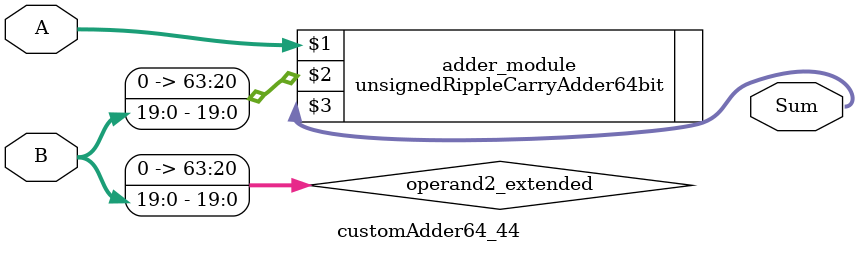
<source format=v>
module customAdder64_44(
                        input [63 : 0] A,
                        input [19 : 0] B,
                        
                        output [64 : 0] Sum
                );

        wire [63 : 0] operand2_extended;
        
        assign operand2_extended =  {44'b0, B};
        
        unsignedRippleCarryAdder64bit adder_module(
            A,
            operand2_extended,
            Sum
        );
        
        endmodule
        
</source>
